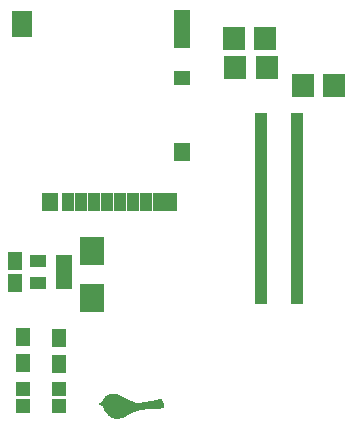
<source format=gts>
G04 #@! TF.FileFunction,Soldermask,Top*
%FSLAX46Y46*%
G04 Gerber Fmt 4.6, Leading zero omitted, Abs format (unit mm)*
G04 Created by KiCad (PCBNEW 4.0.1-stable) date Tuesday, January 19, 2016 'PMt' 05:37:16 PM*
%MOMM*%
G01*
G04 APERTURE LIST*
%ADD10C,0.100000*%
%ADD11C,0.010000*%
%ADD12R,1.100000X0.600000*%
%ADD13R,1.901140X0.798780*%
%ADD14R,2.000000X2.400000*%
%ADD15R,1.150000X1.600000*%
%ADD16R,1.197560X1.197560*%
%ADD17R,1.300000X1.600000*%
%ADD18R,1.460000X1.050000*%
%ADD19R,1.100000X1.600000*%
%ADD20R,1.400000X1.600000*%
%ADD21R,1.700000X2.300000*%
%ADD22R,1.400000X3.200000*%
%ADD23R,1.400000X1.200000*%
G04 APERTURE END LIST*
D10*
D11*
G36*
X145619564Y-123687271D02*
X145645508Y-123688488D01*
X145670124Y-123690595D01*
X145694568Y-123693681D01*
X145719999Y-123697837D01*
X145737168Y-123701069D01*
X145762517Y-123706313D01*
X145786699Y-123711924D01*
X145810431Y-123718132D01*
X145834429Y-123725164D01*
X145859412Y-123733250D01*
X145886095Y-123742618D01*
X145915196Y-123753498D01*
X145947433Y-123766118D01*
X145971820Y-123775936D01*
X146004200Y-123789238D01*
X146037073Y-123803047D01*
X146070715Y-123817494D01*
X146105404Y-123832708D01*
X146141417Y-123848820D01*
X146179031Y-123865959D01*
X146218524Y-123884255D01*
X146260172Y-123903839D01*
X146304253Y-123924840D01*
X146351044Y-123947389D01*
X146400822Y-123971615D01*
X146453864Y-123997648D01*
X146510448Y-124025619D01*
X146570850Y-124055657D01*
X146610459Y-124075436D01*
X146666490Y-124103404D01*
X146718559Y-124129279D01*
X146766988Y-124153209D01*
X146812102Y-124175343D01*
X146854224Y-124195830D01*
X146893679Y-124214819D01*
X146930790Y-124232457D01*
X146965881Y-124248895D01*
X146999276Y-124264280D01*
X147031299Y-124278762D01*
X147062273Y-124292489D01*
X147092524Y-124305610D01*
X147122374Y-124318274D01*
X147152148Y-124330629D01*
X147182169Y-124342825D01*
X147212761Y-124355009D01*
X147244249Y-124367331D01*
X147256029Y-124371892D01*
X147272479Y-124378261D01*
X147287757Y-124384205D01*
X147301184Y-124389460D01*
X147312085Y-124393759D01*
X147319780Y-124396837D01*
X147323479Y-124398374D01*
X147330453Y-124401501D01*
X147312374Y-124423146D01*
X147283873Y-124454827D01*
X147251092Y-124486893D01*
X147214528Y-124518967D01*
X147174680Y-124550672D01*
X147132044Y-124581630D01*
X147087117Y-124611464D01*
X147040398Y-124639796D01*
X146992384Y-124666249D01*
X146991143Y-124666898D01*
X146928462Y-124697677D01*
X146861875Y-124726709D01*
X146792059Y-124753797D01*
X146719691Y-124778741D01*
X146645448Y-124801345D01*
X146570008Y-124821410D01*
X146494046Y-124838739D01*
X146418242Y-124853134D01*
X146343271Y-124864396D01*
X146296876Y-124869783D01*
X146283122Y-124870864D01*
X146265842Y-124871713D01*
X146245936Y-124872329D01*
X146224304Y-124872713D01*
X146201847Y-124872865D01*
X146179465Y-124872784D01*
X146158058Y-124872470D01*
X146138527Y-124871924D01*
X146121772Y-124871145D01*
X146108693Y-124870133D01*
X146105771Y-124869803D01*
X146057644Y-124862101D01*
X146013278Y-124851442D01*
X145972693Y-124837833D01*
X145935913Y-124821281D01*
X145902956Y-124801793D01*
X145890357Y-124792808D01*
X145862485Y-124769111D01*
X145838707Y-124742997D01*
X145818783Y-124714136D01*
X145802472Y-124682199D01*
X145794275Y-124661296D01*
X145787956Y-124641987D01*
X145783438Y-124624431D01*
X145780478Y-124607095D01*
X145778830Y-124588448D01*
X145778252Y-124566961D01*
X145778248Y-124560593D01*
X145778385Y-124521576D01*
X145762590Y-124519957D01*
X145746795Y-124518339D01*
X145729736Y-124529946D01*
X145712676Y-124541553D01*
X145711971Y-124564534D01*
X145713042Y-124596744D01*
X145717967Y-124630431D01*
X145726445Y-124664588D01*
X145738179Y-124698208D01*
X145752870Y-124730285D01*
X145769657Y-124758962D01*
X145794193Y-124791774D01*
X145822306Y-124821339D01*
X145853984Y-124847649D01*
X145889212Y-124870697D01*
X145927975Y-124890476D01*
X145970260Y-124906978D01*
X146016051Y-124920197D01*
X146065335Y-124930126D01*
X146118098Y-124936756D01*
X146124165Y-124937288D01*
X146143351Y-124938440D01*
X146166266Y-124939063D01*
X146191833Y-124939181D01*
X146218974Y-124938821D01*
X146246613Y-124938010D01*
X146273672Y-124936773D01*
X146299074Y-124935135D01*
X146321742Y-124933124D01*
X146328696Y-124932353D01*
X146405758Y-124921672D01*
X146483900Y-124907752D01*
X146562359Y-124890807D01*
X146640372Y-124871049D01*
X146717179Y-124848691D01*
X146792018Y-124823945D01*
X146864126Y-124797024D01*
X146932742Y-124768141D01*
X146957519Y-124756800D01*
X147017409Y-124727174D01*
X147074890Y-124695605D01*
X147129644Y-124662323D01*
X147181355Y-124627560D01*
X147229708Y-124591548D01*
X147274385Y-124554519D01*
X147315071Y-124516703D01*
X147351449Y-124478332D01*
X147373167Y-124452539D01*
X147383329Y-124440158D01*
X147390981Y-124431607D01*
X147396308Y-124426697D01*
X147399493Y-124425240D01*
X147399730Y-124425285D01*
X147409725Y-124427780D01*
X147423746Y-124430610D01*
X147441003Y-124433661D01*
X147460705Y-124436818D01*
X147482062Y-124439969D01*
X147504283Y-124442997D01*
X147526576Y-124445789D01*
X147548152Y-124448231D01*
X147568220Y-124450208D01*
X147577762Y-124451012D01*
X147598511Y-124452203D01*
X147621492Y-124452670D01*
X147647009Y-124452395D01*
X147675366Y-124451358D01*
X147706869Y-124449543D01*
X147741823Y-124446929D01*
X147780531Y-124443500D01*
X147823300Y-124439236D01*
X147870433Y-124434119D01*
X147884981Y-124432471D01*
X147952135Y-124424370D01*
X148023732Y-124414916D01*
X148099583Y-124404144D01*
X148179497Y-124392088D01*
X148263283Y-124378784D01*
X148350750Y-124364265D01*
X148441708Y-124348566D01*
X148535966Y-124331722D01*
X148633333Y-124313769D01*
X148733619Y-124294740D01*
X148836632Y-124274670D01*
X148942183Y-124253594D01*
X149050080Y-124231547D01*
X149160133Y-124208564D01*
X149272152Y-124184679D01*
X149385945Y-124159926D01*
X149405352Y-124155657D01*
X149426975Y-124150927D01*
X149447593Y-124146482D01*
X149466624Y-124142445D01*
X149483484Y-124138935D01*
X149497589Y-124136074D01*
X149508356Y-124133982D01*
X149515202Y-124132780D01*
X149516629Y-124132585D01*
X149535403Y-124132642D01*
X149555267Y-124136479D01*
X149574974Y-124143639D01*
X149593279Y-124153666D01*
X149608935Y-124166103D01*
X149609424Y-124166581D01*
X149616801Y-124175057D01*
X149625869Y-124187486D01*
X149636370Y-124203394D01*
X149648044Y-124222306D01*
X149660631Y-124243748D01*
X149673871Y-124267247D01*
X149687504Y-124292328D01*
X149701272Y-124318518D01*
X149714913Y-124345341D01*
X149728169Y-124372324D01*
X149740780Y-124398993D01*
X149752485Y-124424874D01*
X149758472Y-124438666D01*
X149777315Y-124485939D01*
X149792317Y-124530460D01*
X149803473Y-124572204D01*
X149810779Y-124611151D01*
X149814234Y-124647277D01*
X149813833Y-124680560D01*
X149809574Y-124710977D01*
X149801922Y-124737272D01*
X149795352Y-124751166D01*
X149786051Y-124766192D01*
X149775218Y-124780659D01*
X149764050Y-124792874D01*
X149759947Y-124796590D01*
X149749394Y-124804757D01*
X149737999Y-124811968D01*
X149725387Y-124818298D01*
X149711185Y-124823822D01*
X149695021Y-124828616D01*
X149676521Y-124832756D01*
X149655313Y-124836316D01*
X149631022Y-124839373D01*
X149603277Y-124842002D01*
X149571703Y-124844278D01*
X149535928Y-124846277D01*
X149508162Y-124847554D01*
X149494605Y-124848088D01*
X149476894Y-124848715D01*
X149455714Y-124849415D01*
X149431747Y-124850168D01*
X149405677Y-124850951D01*
X149378188Y-124851745D01*
X149349962Y-124852528D01*
X149321684Y-124853281D01*
X149307381Y-124853648D01*
X149234719Y-124855565D01*
X149166484Y-124857528D01*
X149102266Y-124859558D01*
X149041652Y-124861674D01*
X148984233Y-124863897D01*
X148929597Y-124866247D01*
X148877333Y-124868745D01*
X148827031Y-124871410D01*
X148778279Y-124874262D01*
X148730667Y-124877322D01*
X148683783Y-124880611D01*
X148637217Y-124884147D01*
X148590557Y-124887952D01*
X148565943Y-124890059D01*
X148461434Y-124899875D01*
X148360971Y-124910858D01*
X148263873Y-124923149D01*
X148169460Y-124936888D01*
X148077053Y-124952215D01*
X147985972Y-124969270D01*
X147895536Y-124988195D01*
X147805066Y-125009128D01*
X147713882Y-125032210D01*
X147621303Y-125057582D01*
X147526651Y-125085384D01*
X147429245Y-125115757D01*
X147355210Y-125139897D01*
X147316363Y-125152856D01*
X147280412Y-125165038D01*
X147246965Y-125176626D01*
X147215630Y-125187802D01*
X147186014Y-125198748D01*
X147157726Y-125209647D01*
X147130374Y-125220682D01*
X147103565Y-125232035D01*
X147076908Y-125243888D01*
X147050011Y-125256425D01*
X147022481Y-125269827D01*
X146993927Y-125284277D01*
X146963956Y-125299959D01*
X146932176Y-125317053D01*
X146898196Y-125335743D01*
X146861624Y-125356212D01*
X146822066Y-125378641D01*
X146779132Y-125403213D01*
X146734724Y-125428788D01*
X146700306Y-125448624D01*
X146669607Y-125466252D01*
X146642175Y-125481919D01*
X146617562Y-125495873D01*
X146595318Y-125508363D01*
X146574993Y-125519636D01*
X146556136Y-125529941D01*
X146538299Y-125539525D01*
X146521031Y-125548636D01*
X146503882Y-125557523D01*
X146486404Y-125566433D01*
X146471048Y-125574162D01*
X146426259Y-125596051D01*
X146384576Y-125615225D01*
X146345282Y-125631930D01*
X146307658Y-125646415D01*
X146270986Y-125658927D01*
X146234550Y-125669716D01*
X146197629Y-125679028D01*
X146159508Y-125687111D01*
X146126955Y-125692979D01*
X146086308Y-125699412D01*
X146048878Y-125704468D01*
X146013278Y-125708258D01*
X145978120Y-125710896D01*
X145942020Y-125712492D01*
X145903589Y-125713158D01*
X145877171Y-125713149D01*
X145858939Y-125713012D01*
X145841766Y-125712835D01*
X145826402Y-125712630D01*
X145813598Y-125712407D01*
X145804102Y-125712178D01*
X145798667Y-125711955D01*
X145798552Y-125711947D01*
X145736121Y-125705765D01*
X145674537Y-125696409D01*
X145614390Y-125684029D01*
X145556264Y-125668776D01*
X145500747Y-125650800D01*
X145448426Y-125630253D01*
X145408886Y-125611875D01*
X145350028Y-125579716D01*
X145292684Y-125543002D01*
X145236906Y-125501788D01*
X145182747Y-125456130D01*
X145130259Y-125406086D01*
X145079494Y-125351710D01*
X145030504Y-125293060D01*
X144983342Y-125230192D01*
X144938060Y-125163161D01*
X144894710Y-125092024D01*
X144853344Y-125016837D01*
X144850377Y-125011140D01*
X144825001Y-124959703D01*
X144801334Y-124906393D01*
X144779132Y-124850569D01*
X144758147Y-124791594D01*
X144738134Y-124728827D01*
X144726818Y-124690234D01*
X144721630Y-124672002D01*
X144553124Y-124604030D01*
X144526054Y-124593076D01*
X144500329Y-124582600D01*
X144476297Y-124572746D01*
X144454304Y-124563662D01*
X144434699Y-124555491D01*
X144417827Y-124548380D01*
X144404038Y-124542474D01*
X144393676Y-124537918D01*
X144387091Y-124534859D01*
X144384628Y-124533441D01*
X144384619Y-124533409D01*
X144386385Y-124531437D01*
X144391507Y-124526490D01*
X144399724Y-124518808D01*
X144410775Y-124508629D01*
X144424396Y-124496189D01*
X144440327Y-124481728D01*
X144458305Y-124465482D01*
X144478069Y-124447690D01*
X144499357Y-124428590D01*
X144521906Y-124408419D01*
X144539438Y-124392777D01*
X144694257Y-124254794D01*
X144704116Y-124227558D01*
X144723546Y-124179507D01*
X144746344Y-124133631D01*
X144772790Y-124089513D01*
X144803162Y-124046736D01*
X144837739Y-124004883D01*
X144876801Y-123963536D01*
X144888039Y-123952515D01*
X144934198Y-123911250D01*
X144983975Y-123873069D01*
X145037189Y-123838064D01*
X145093659Y-123806324D01*
X145153203Y-123777941D01*
X145215639Y-123753004D01*
X145280785Y-123731605D01*
X145348460Y-123713835D01*
X145380057Y-123706972D01*
X145410501Y-123701050D01*
X145437739Y-123696407D01*
X145463186Y-123692888D01*
X145488256Y-123690335D01*
X145514364Y-123688592D01*
X145542925Y-123687501D01*
X145559067Y-123687143D01*
X145591136Y-123686853D01*
X145619564Y-123687271D01*
X145619564Y-123687271D01*
G37*
X145619564Y-123687271D02*
X145645508Y-123688488D01*
X145670124Y-123690595D01*
X145694568Y-123693681D01*
X145719999Y-123697837D01*
X145737168Y-123701069D01*
X145762517Y-123706313D01*
X145786699Y-123711924D01*
X145810431Y-123718132D01*
X145834429Y-123725164D01*
X145859412Y-123733250D01*
X145886095Y-123742618D01*
X145915196Y-123753498D01*
X145947433Y-123766118D01*
X145971820Y-123775936D01*
X146004200Y-123789238D01*
X146037073Y-123803047D01*
X146070715Y-123817494D01*
X146105404Y-123832708D01*
X146141417Y-123848820D01*
X146179031Y-123865959D01*
X146218524Y-123884255D01*
X146260172Y-123903839D01*
X146304253Y-123924840D01*
X146351044Y-123947389D01*
X146400822Y-123971615D01*
X146453864Y-123997648D01*
X146510448Y-124025619D01*
X146570850Y-124055657D01*
X146610459Y-124075436D01*
X146666490Y-124103404D01*
X146718559Y-124129279D01*
X146766988Y-124153209D01*
X146812102Y-124175343D01*
X146854224Y-124195830D01*
X146893679Y-124214819D01*
X146930790Y-124232457D01*
X146965881Y-124248895D01*
X146999276Y-124264280D01*
X147031299Y-124278762D01*
X147062273Y-124292489D01*
X147092524Y-124305610D01*
X147122374Y-124318274D01*
X147152148Y-124330629D01*
X147182169Y-124342825D01*
X147212761Y-124355009D01*
X147244249Y-124367331D01*
X147256029Y-124371892D01*
X147272479Y-124378261D01*
X147287757Y-124384205D01*
X147301184Y-124389460D01*
X147312085Y-124393759D01*
X147319780Y-124396837D01*
X147323479Y-124398374D01*
X147330453Y-124401501D01*
X147312374Y-124423146D01*
X147283873Y-124454827D01*
X147251092Y-124486893D01*
X147214528Y-124518967D01*
X147174680Y-124550672D01*
X147132044Y-124581630D01*
X147087117Y-124611464D01*
X147040398Y-124639796D01*
X146992384Y-124666249D01*
X146991143Y-124666898D01*
X146928462Y-124697677D01*
X146861875Y-124726709D01*
X146792059Y-124753797D01*
X146719691Y-124778741D01*
X146645448Y-124801345D01*
X146570008Y-124821410D01*
X146494046Y-124838739D01*
X146418242Y-124853134D01*
X146343271Y-124864396D01*
X146296876Y-124869783D01*
X146283122Y-124870864D01*
X146265842Y-124871713D01*
X146245936Y-124872329D01*
X146224304Y-124872713D01*
X146201847Y-124872865D01*
X146179465Y-124872784D01*
X146158058Y-124872470D01*
X146138527Y-124871924D01*
X146121772Y-124871145D01*
X146108693Y-124870133D01*
X146105771Y-124869803D01*
X146057644Y-124862101D01*
X146013278Y-124851442D01*
X145972693Y-124837833D01*
X145935913Y-124821281D01*
X145902956Y-124801793D01*
X145890357Y-124792808D01*
X145862485Y-124769111D01*
X145838707Y-124742997D01*
X145818783Y-124714136D01*
X145802472Y-124682199D01*
X145794275Y-124661296D01*
X145787956Y-124641987D01*
X145783438Y-124624431D01*
X145780478Y-124607095D01*
X145778830Y-124588448D01*
X145778252Y-124566961D01*
X145778248Y-124560593D01*
X145778385Y-124521576D01*
X145762590Y-124519957D01*
X145746795Y-124518339D01*
X145729736Y-124529946D01*
X145712676Y-124541553D01*
X145711971Y-124564534D01*
X145713042Y-124596744D01*
X145717967Y-124630431D01*
X145726445Y-124664588D01*
X145738179Y-124698208D01*
X145752870Y-124730285D01*
X145769657Y-124758962D01*
X145794193Y-124791774D01*
X145822306Y-124821339D01*
X145853984Y-124847649D01*
X145889212Y-124870697D01*
X145927975Y-124890476D01*
X145970260Y-124906978D01*
X146016051Y-124920197D01*
X146065335Y-124930126D01*
X146118098Y-124936756D01*
X146124165Y-124937288D01*
X146143351Y-124938440D01*
X146166266Y-124939063D01*
X146191833Y-124939181D01*
X146218974Y-124938821D01*
X146246613Y-124938010D01*
X146273672Y-124936773D01*
X146299074Y-124935135D01*
X146321742Y-124933124D01*
X146328696Y-124932353D01*
X146405758Y-124921672D01*
X146483900Y-124907752D01*
X146562359Y-124890807D01*
X146640372Y-124871049D01*
X146717179Y-124848691D01*
X146792018Y-124823945D01*
X146864126Y-124797024D01*
X146932742Y-124768141D01*
X146957519Y-124756800D01*
X147017409Y-124727174D01*
X147074890Y-124695605D01*
X147129644Y-124662323D01*
X147181355Y-124627560D01*
X147229708Y-124591548D01*
X147274385Y-124554519D01*
X147315071Y-124516703D01*
X147351449Y-124478332D01*
X147373167Y-124452539D01*
X147383329Y-124440158D01*
X147390981Y-124431607D01*
X147396308Y-124426697D01*
X147399493Y-124425240D01*
X147399730Y-124425285D01*
X147409725Y-124427780D01*
X147423746Y-124430610D01*
X147441003Y-124433661D01*
X147460705Y-124436818D01*
X147482062Y-124439969D01*
X147504283Y-124442997D01*
X147526576Y-124445789D01*
X147548152Y-124448231D01*
X147568220Y-124450208D01*
X147577762Y-124451012D01*
X147598511Y-124452203D01*
X147621492Y-124452670D01*
X147647009Y-124452395D01*
X147675366Y-124451358D01*
X147706869Y-124449543D01*
X147741823Y-124446929D01*
X147780531Y-124443500D01*
X147823300Y-124439236D01*
X147870433Y-124434119D01*
X147884981Y-124432471D01*
X147952135Y-124424370D01*
X148023732Y-124414916D01*
X148099583Y-124404144D01*
X148179497Y-124392088D01*
X148263283Y-124378784D01*
X148350750Y-124364265D01*
X148441708Y-124348566D01*
X148535966Y-124331722D01*
X148633333Y-124313769D01*
X148733619Y-124294740D01*
X148836632Y-124274670D01*
X148942183Y-124253594D01*
X149050080Y-124231547D01*
X149160133Y-124208564D01*
X149272152Y-124184679D01*
X149385945Y-124159926D01*
X149405352Y-124155657D01*
X149426975Y-124150927D01*
X149447593Y-124146482D01*
X149466624Y-124142445D01*
X149483484Y-124138935D01*
X149497589Y-124136074D01*
X149508356Y-124133982D01*
X149515202Y-124132780D01*
X149516629Y-124132585D01*
X149535403Y-124132642D01*
X149555267Y-124136479D01*
X149574974Y-124143639D01*
X149593279Y-124153666D01*
X149608935Y-124166103D01*
X149609424Y-124166581D01*
X149616801Y-124175057D01*
X149625869Y-124187486D01*
X149636370Y-124203394D01*
X149648044Y-124222306D01*
X149660631Y-124243748D01*
X149673871Y-124267247D01*
X149687504Y-124292328D01*
X149701272Y-124318518D01*
X149714913Y-124345341D01*
X149728169Y-124372324D01*
X149740780Y-124398993D01*
X149752485Y-124424874D01*
X149758472Y-124438666D01*
X149777315Y-124485939D01*
X149792317Y-124530460D01*
X149803473Y-124572204D01*
X149810779Y-124611151D01*
X149814234Y-124647277D01*
X149813833Y-124680560D01*
X149809574Y-124710977D01*
X149801922Y-124737272D01*
X149795352Y-124751166D01*
X149786051Y-124766192D01*
X149775218Y-124780659D01*
X149764050Y-124792874D01*
X149759947Y-124796590D01*
X149749394Y-124804757D01*
X149737999Y-124811968D01*
X149725387Y-124818298D01*
X149711185Y-124823822D01*
X149695021Y-124828616D01*
X149676521Y-124832756D01*
X149655313Y-124836316D01*
X149631022Y-124839373D01*
X149603277Y-124842002D01*
X149571703Y-124844278D01*
X149535928Y-124846277D01*
X149508162Y-124847554D01*
X149494605Y-124848088D01*
X149476894Y-124848715D01*
X149455714Y-124849415D01*
X149431747Y-124850168D01*
X149405677Y-124850951D01*
X149378188Y-124851745D01*
X149349962Y-124852528D01*
X149321684Y-124853281D01*
X149307381Y-124853648D01*
X149234719Y-124855565D01*
X149166484Y-124857528D01*
X149102266Y-124859558D01*
X149041652Y-124861674D01*
X148984233Y-124863897D01*
X148929597Y-124866247D01*
X148877333Y-124868745D01*
X148827031Y-124871410D01*
X148778279Y-124874262D01*
X148730667Y-124877322D01*
X148683783Y-124880611D01*
X148637217Y-124884147D01*
X148590557Y-124887952D01*
X148565943Y-124890059D01*
X148461434Y-124899875D01*
X148360971Y-124910858D01*
X148263873Y-124923149D01*
X148169460Y-124936888D01*
X148077053Y-124952215D01*
X147985972Y-124969270D01*
X147895536Y-124988195D01*
X147805066Y-125009128D01*
X147713882Y-125032210D01*
X147621303Y-125057582D01*
X147526651Y-125085384D01*
X147429245Y-125115757D01*
X147355210Y-125139897D01*
X147316363Y-125152856D01*
X147280412Y-125165038D01*
X147246965Y-125176626D01*
X147215630Y-125187802D01*
X147186014Y-125198748D01*
X147157726Y-125209647D01*
X147130374Y-125220682D01*
X147103565Y-125232035D01*
X147076908Y-125243888D01*
X147050011Y-125256425D01*
X147022481Y-125269827D01*
X146993927Y-125284277D01*
X146963956Y-125299959D01*
X146932176Y-125317053D01*
X146898196Y-125335743D01*
X146861624Y-125356212D01*
X146822066Y-125378641D01*
X146779132Y-125403213D01*
X146734724Y-125428788D01*
X146700306Y-125448624D01*
X146669607Y-125466252D01*
X146642175Y-125481919D01*
X146617562Y-125495873D01*
X146595318Y-125508363D01*
X146574993Y-125519636D01*
X146556136Y-125529941D01*
X146538299Y-125539525D01*
X146521031Y-125548636D01*
X146503882Y-125557523D01*
X146486404Y-125566433D01*
X146471048Y-125574162D01*
X146426259Y-125596051D01*
X146384576Y-125615225D01*
X146345282Y-125631930D01*
X146307658Y-125646415D01*
X146270986Y-125658927D01*
X146234550Y-125669716D01*
X146197629Y-125679028D01*
X146159508Y-125687111D01*
X146126955Y-125692979D01*
X146086308Y-125699412D01*
X146048878Y-125704468D01*
X146013278Y-125708258D01*
X145978120Y-125710896D01*
X145942020Y-125712492D01*
X145903589Y-125713158D01*
X145877171Y-125713149D01*
X145858939Y-125713012D01*
X145841766Y-125712835D01*
X145826402Y-125712630D01*
X145813598Y-125712407D01*
X145804102Y-125712178D01*
X145798667Y-125711955D01*
X145798552Y-125711947D01*
X145736121Y-125705765D01*
X145674537Y-125696409D01*
X145614390Y-125684029D01*
X145556264Y-125668776D01*
X145500747Y-125650800D01*
X145448426Y-125630253D01*
X145408886Y-125611875D01*
X145350028Y-125579716D01*
X145292684Y-125543002D01*
X145236906Y-125501788D01*
X145182747Y-125456130D01*
X145130259Y-125406086D01*
X145079494Y-125351710D01*
X145030504Y-125293060D01*
X144983342Y-125230192D01*
X144938060Y-125163161D01*
X144894710Y-125092024D01*
X144853344Y-125016837D01*
X144850377Y-125011140D01*
X144825001Y-124959703D01*
X144801334Y-124906393D01*
X144779132Y-124850569D01*
X144758147Y-124791594D01*
X144738134Y-124728827D01*
X144726818Y-124690234D01*
X144721630Y-124672002D01*
X144553124Y-124604030D01*
X144526054Y-124593076D01*
X144500329Y-124582600D01*
X144476297Y-124572746D01*
X144454304Y-124563662D01*
X144434699Y-124555491D01*
X144417827Y-124548380D01*
X144404038Y-124542474D01*
X144393676Y-124537918D01*
X144387091Y-124534859D01*
X144384628Y-124533441D01*
X144384619Y-124533409D01*
X144386385Y-124531437D01*
X144391507Y-124526490D01*
X144399724Y-124518808D01*
X144410775Y-124508629D01*
X144424396Y-124496189D01*
X144440327Y-124481728D01*
X144458305Y-124465482D01*
X144478069Y-124447690D01*
X144499357Y-124428590D01*
X144521906Y-124408419D01*
X144539438Y-124392777D01*
X144694257Y-124254794D01*
X144704116Y-124227558D01*
X144723546Y-124179507D01*
X144746344Y-124133631D01*
X144772790Y-124089513D01*
X144803162Y-124046736D01*
X144837739Y-124004883D01*
X144876801Y-123963536D01*
X144888039Y-123952515D01*
X144934198Y-123911250D01*
X144983975Y-123873069D01*
X145037189Y-123838064D01*
X145093659Y-123806324D01*
X145153203Y-123777941D01*
X145215639Y-123753004D01*
X145280785Y-123731605D01*
X145348460Y-123713835D01*
X145380057Y-123706972D01*
X145410501Y-123701050D01*
X145437739Y-123696407D01*
X145463186Y-123692888D01*
X145488256Y-123690335D01*
X145514364Y-123688592D01*
X145542925Y-123687501D01*
X145559067Y-123687143D01*
X145591136Y-123686853D01*
X145619564Y-123687271D01*
D12*
X161190000Y-100200000D03*
X161190000Y-100600000D03*
X161190000Y-101000000D03*
X161190000Y-101400000D03*
X161190000Y-101800000D03*
X161190000Y-102200000D03*
X161190000Y-102600000D03*
X161190000Y-103000000D03*
X161190000Y-103400000D03*
X161190000Y-103800000D03*
X161190000Y-107800000D03*
X161190000Y-107400000D03*
X161190000Y-107000000D03*
X161190000Y-106600000D03*
X161190000Y-106200000D03*
X161190000Y-105800000D03*
X161190000Y-105400000D03*
X161190000Y-105000000D03*
X161190000Y-104600000D03*
X161190000Y-104200000D03*
X161190000Y-108200000D03*
X161190000Y-108600000D03*
X161190000Y-109000000D03*
X161190000Y-109400000D03*
X161190000Y-109800000D03*
X161190000Y-110200000D03*
X161190000Y-110600000D03*
X161190000Y-111000000D03*
X161190000Y-111400000D03*
X161190000Y-111800000D03*
X161190000Y-115800000D03*
X161190000Y-115400000D03*
X161190000Y-115000000D03*
X161190000Y-114600000D03*
X161190000Y-114200000D03*
X161190000Y-113800000D03*
X161190000Y-113400000D03*
X161190000Y-113000000D03*
X161190000Y-112600000D03*
X161190000Y-112200000D03*
X158110000Y-112200000D03*
X158110000Y-112600000D03*
X158110000Y-113000000D03*
X158110000Y-113400000D03*
X158110000Y-113800000D03*
X158110000Y-114200000D03*
X158110000Y-114600000D03*
X158110000Y-115000000D03*
X158110000Y-115400000D03*
X158110000Y-115800000D03*
X158110000Y-111800000D03*
X158110000Y-111400000D03*
X158110000Y-111000000D03*
X158110000Y-110600000D03*
X158110000Y-110200000D03*
X158110000Y-109800000D03*
X158110000Y-109400000D03*
X158110000Y-109000000D03*
X158110000Y-108600000D03*
X158110000Y-108200000D03*
X158110000Y-104200000D03*
X158110000Y-104600000D03*
X158110000Y-105000000D03*
X158110000Y-105400000D03*
X158110000Y-105800000D03*
X158110000Y-106200000D03*
X158110000Y-106600000D03*
X158110000Y-107000000D03*
X158110000Y-107400000D03*
X158110000Y-107800000D03*
X158110000Y-103800000D03*
X158110000Y-103400000D03*
X158110000Y-103000000D03*
X158110000Y-102600000D03*
X158110000Y-102200000D03*
X158110000Y-101800000D03*
X158110000Y-101400000D03*
X158110000Y-101000000D03*
X158110000Y-100600000D03*
X158110000Y-100200000D03*
D13*
X158461920Y-94250000D03*
X158461920Y-93599760D03*
X158461920Y-92949520D03*
X155800000Y-92949520D03*
X155800000Y-93599760D03*
X155800000Y-94250000D03*
X164300000Y-98250000D03*
X164300000Y-97599760D03*
X164300000Y-96949520D03*
X161638080Y-96949520D03*
X161638080Y-97599760D03*
X161638080Y-98250000D03*
X158611920Y-96700000D03*
X158611920Y-96049760D03*
X158611920Y-95399520D03*
X155950000Y-95399520D03*
X155950000Y-96049760D03*
X155950000Y-96700000D03*
D14*
X143800000Y-111600000D03*
X143800000Y-115600000D03*
D15*
X137300000Y-114300000D03*
X137300000Y-112400000D03*
D16*
X138000000Y-124749300D03*
X138000000Y-123250700D03*
X141000000Y-124749300D03*
X141000000Y-123250700D03*
D17*
X138000000Y-121100000D03*
X138000000Y-118900000D03*
X141000000Y-121200000D03*
X141000000Y-119000000D03*
D18*
X141400000Y-114300000D03*
X141400000Y-113350000D03*
X141400000Y-112400000D03*
X139200000Y-112400000D03*
X139200000Y-114300000D03*
D19*
X141800000Y-107475000D03*
X142900000Y-107475000D03*
X144000000Y-107475000D03*
X145100000Y-107475000D03*
X146200000Y-107475000D03*
X147300000Y-107475000D03*
X148400000Y-107475000D03*
X149500000Y-107475000D03*
X150450000Y-107475000D03*
D20*
X140250000Y-107475000D03*
D21*
X137900000Y-92375000D03*
D22*
X151400000Y-92825000D03*
D23*
X151400000Y-96975000D03*
D20*
X151400000Y-103175000D03*
M02*

</source>
